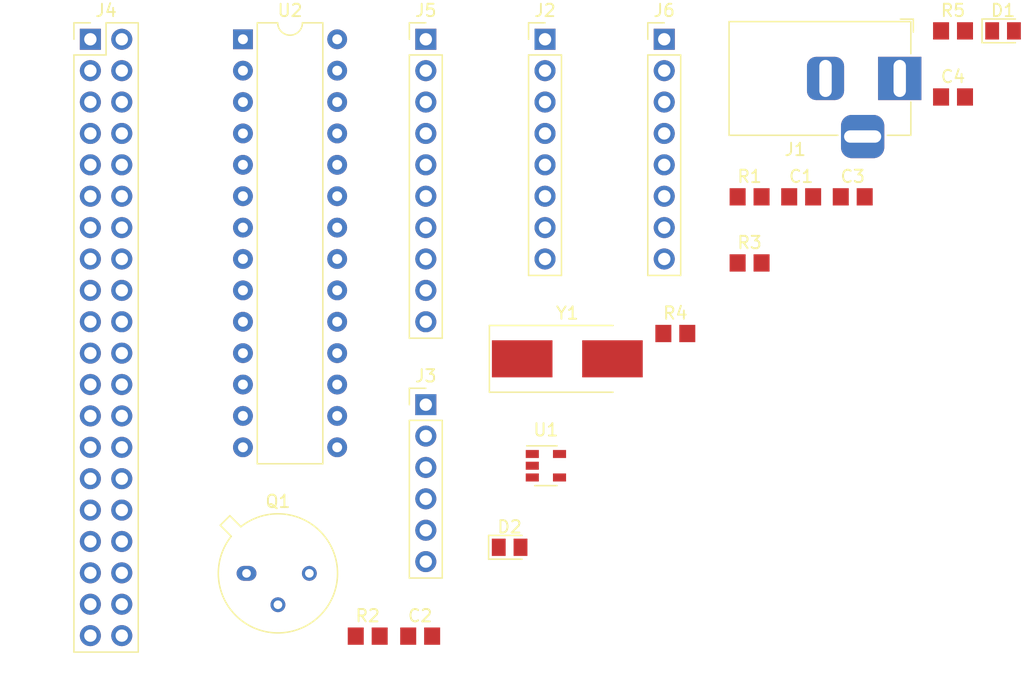
<source format=kicad_pcb>
(kicad_pcb (version 20171130) (host pcbnew 5.0.0-rc2-unknown-d4393b2~65~ubuntu18.04.1)

  (general
    (thickness 1.6)
    (drawings 0)
    (tracks 0)
    (zones 0)
    (modules 21)
    (nets 65)
  )

  (page A4)
  (layers
    (0 F.Cu signal)
    (31 B.Cu signal)
    (32 B.Adhes user)
    (33 F.Adhes user)
    (34 B.Paste user)
    (35 F.Paste user)
    (36 B.SilkS user)
    (37 F.SilkS user)
    (38 B.Mask user)
    (39 F.Mask user)
    (40 Dwgs.User user)
    (41 Cmts.User user)
    (42 Eco1.User user)
    (43 Eco2.User user)
    (44 Edge.Cuts user)
    (45 Margin user)
    (46 B.CrtYd user)
    (47 F.CrtYd user)
    (48 B.Fab user)
    (49 F.Fab user)
  )

  (setup
    (last_trace_width 0.25)
    (trace_clearance 0.2)
    (zone_clearance 0.508)
    (zone_45_only no)
    (trace_min 0.2)
    (segment_width 0.2)
    (edge_width 0.15)
    (via_size 0.8)
    (via_drill 0.4)
    (via_min_size 0.4)
    (via_min_drill 0.3)
    (uvia_size 0.3)
    (uvia_drill 0.1)
    (uvias_allowed no)
    (uvia_min_size 0.2)
    (uvia_min_drill 0.1)
    (pcb_text_width 0.3)
    (pcb_text_size 1.5 1.5)
    (mod_edge_width 0.15)
    (mod_text_size 1 1)
    (mod_text_width 0.15)
    (pad_size 1.524 1.524)
    (pad_drill 0.762)
    (pad_to_mask_clearance 0.2)
    (aux_axis_origin 0 0)
    (visible_elements FFFFFF7F)
    (pcbplotparams
      (layerselection 0x010fc_ffffffff)
      (usegerberextensions false)
      (usegerberattributes false)
      (usegerberadvancedattributes false)
      (creategerberjobfile false)
      (excludeedgelayer true)
      (linewidth 0.100000)
      (plotframeref false)
      (viasonmask false)
      (mode 1)
      (useauxorigin false)
      (hpglpennumber 1)
      (hpglpenspeed 20)
      (hpglpendiameter 15.000000)
      (psnegative false)
      (psa4output false)
      (plotreference true)
      (plotvalue true)
      (plotinvisibletext false)
      (padsonsilk false)
      (subtractmaskfromsilk false)
      (outputformat 1)
      (mirror false)
      (drillshape 1)
      (scaleselection 1)
      (outputdirectory ""))
  )

  (net 0 "")
  (net 1 GND)
  (net 2 3V3)
  (net 3 +5V)
  (net 4 "Net-(C3-Pad2)")
  (net 5 "Net-(C4-Pad2)")
  (net 6 "Net-(D1-Pad1)")
  (net 7 "Net-(D2-Pad1)")
  (net 8 "Net-(F1-Pad1)")
  (net 9 "Net-(J2-Pad8)")
  (net 10 "Net-(J2-Pad7)")
  (net 11 ~RESET)
  (net 12 "Net-(J2-Pad1)")
  (net 13 A0)
  (net 14 A1)
  (net 15 A2)
  (net 16 A3)
  (net 17 A4)
  (net 18 A5)
  (net 19 "Net-(J4-Pad3)")
  (net 20 "Net-(J4-Pad5)")
  (net 21 AVR_RST)
  (net 22 D0)
  (net 23 "Net-(J4-Pad9)")
  (net 24 D1)
  (net 25 "Net-(J4-Pad11)")
  (net 26 "Net-(J4-Pad12)")
  (net 27 "Net-(J4-Pad13)")
  (net 28 "Net-(J4-Pad14)")
  (net 29 "Net-(J4-Pad15)")
  (net 30 "Net-(J4-Pad16)")
  (net 31 "Net-(J4-Pad17)")
  (net 32 "Net-(J4-Pad18)")
  (net 33 "Net-(J4-Pad19)")
  (net 34 "Net-(J4-Pad20)")
  (net 35 "Net-(J4-Pad21)")
  (net 36 "Net-(J4-Pad22)")
  (net 37 "Net-(J4-Pad23)")
  (net 38 "Net-(J4-Pad24)")
  (net 39 "Net-(J4-Pad25)")
  (net 40 "Net-(J4-Pad26)")
  (net 41 "Net-(J4-Pad27)")
  (net 42 "Net-(J4-Pad28)")
  (net 43 "Net-(J4-Pad29)")
  (net 44 "Net-(J4-Pad30)")
  (net 45 "Net-(J4-Pad32)")
  (net 46 D13)
  (net 47 "Net-(J4-Pad34)")
  (net 48 D11)
  (net 49 "Net-(J4-Pad36)")
  (net 50 D12)
  (net 51 "Net-(J4-Pad38)")
  (net 52 "Net-(J4-Pad39)")
  (net 53 "Net-(J4-Pad40)")
  (net 54 D8)
  (net 55 D9)
  (net 56 D10)
  (net 57 AREF)
  (net 58 D2)
  (net 59 D3)
  (net 60 D4)
  (net 61 D5)
  (net 62 D6)
  (net 63 D7)
  (net 64 "Net-(U1-Pad4)")

  (net_class Default "This is the default net class."
    (clearance 0.2)
    (trace_width 0.25)
    (via_dia 0.8)
    (via_drill 0.4)
    (uvia_dia 0.3)
    (uvia_drill 0.1)
    (add_net +5V)
    (add_net 3V3)
    (add_net A0)
    (add_net A1)
    (add_net A2)
    (add_net A3)
    (add_net A4)
    (add_net A5)
    (add_net AREF)
    (add_net AVR_RST)
    (add_net D0)
    (add_net D1)
    (add_net D10)
    (add_net D11)
    (add_net D12)
    (add_net D13)
    (add_net D2)
    (add_net D3)
    (add_net D4)
    (add_net D5)
    (add_net D6)
    (add_net D7)
    (add_net D8)
    (add_net D9)
    (add_net GND)
    (add_net "Net-(C3-Pad2)")
    (add_net "Net-(C4-Pad2)")
    (add_net "Net-(D1-Pad1)")
    (add_net "Net-(D2-Pad1)")
    (add_net "Net-(F1-Pad1)")
    (add_net "Net-(J2-Pad1)")
    (add_net "Net-(J2-Pad7)")
    (add_net "Net-(J2-Pad8)")
    (add_net "Net-(J4-Pad11)")
    (add_net "Net-(J4-Pad12)")
    (add_net "Net-(J4-Pad13)")
    (add_net "Net-(J4-Pad14)")
    (add_net "Net-(J4-Pad15)")
    (add_net "Net-(J4-Pad16)")
    (add_net "Net-(J4-Pad17)")
    (add_net "Net-(J4-Pad18)")
    (add_net "Net-(J4-Pad19)")
    (add_net "Net-(J4-Pad20)")
    (add_net "Net-(J4-Pad21)")
    (add_net "Net-(J4-Pad22)")
    (add_net "Net-(J4-Pad23)")
    (add_net "Net-(J4-Pad24)")
    (add_net "Net-(J4-Pad25)")
    (add_net "Net-(J4-Pad26)")
    (add_net "Net-(J4-Pad27)")
    (add_net "Net-(J4-Pad28)")
    (add_net "Net-(J4-Pad29)")
    (add_net "Net-(J4-Pad3)")
    (add_net "Net-(J4-Pad30)")
    (add_net "Net-(J4-Pad32)")
    (add_net "Net-(J4-Pad34)")
    (add_net "Net-(J4-Pad36)")
    (add_net "Net-(J4-Pad38)")
    (add_net "Net-(J4-Pad39)")
    (add_net "Net-(J4-Pad40)")
    (add_net "Net-(J4-Pad5)")
    (add_net "Net-(J4-Pad9)")
    (add_net "Net-(U1-Pad4)")
    (add_net ~RESET)
  )

  (module Capacitor_SMD:C_0805_2012Metric_Pad1.29x1.40mm_HandSolder (layer F.Cu) (tedit 5AC5DB74) (tstamp 5B1F4735)
    (at 165.265001 35.0875)
    (descr "Capacitor SMD 0805 (2012 Metric), square (rectangular) end terminal, IPC_7351 nominal with elongated pad for handsoldering. (Body size source: http://www.tortai-tech.com/upload/download/2011102023233369053.pdf), generated with kicad-footprint-generator")
    (tags "capacitor handsolder")
    (path /5B143557)
    (attr smd)
    (fp_text reference C1 (at 0 -1.65) (layer F.SilkS)
      (effects (font (size 1 1) (thickness 0.15)))
    )
    (fp_text value 1u (at 0 1.65) (layer F.Fab)
      (effects (font (size 1 1) (thickness 0.15)))
    )
    (fp_text user %R (at 0 0) (layer F.Fab)
      (effects (font (size 0.5 0.5) (thickness 0.08)))
    )
    (fp_line (start 1.86 0.95) (end -1.86 0.95) (layer F.CrtYd) (width 0.05))
    (fp_line (start 1.86 -0.95) (end 1.86 0.95) (layer F.CrtYd) (width 0.05))
    (fp_line (start -1.86 -0.95) (end 1.86 -0.95) (layer F.CrtYd) (width 0.05))
    (fp_line (start -1.86 0.95) (end -1.86 -0.95) (layer F.CrtYd) (width 0.05))
    (fp_line (start 1 0.6) (end -1 0.6) (layer F.Fab) (width 0.1))
    (fp_line (start 1 -0.6) (end 1 0.6) (layer F.Fab) (width 0.1))
    (fp_line (start -1 -0.6) (end 1 -0.6) (layer F.Fab) (width 0.1))
    (fp_line (start -1 0.6) (end -1 -0.6) (layer F.Fab) (width 0.1))
    (pad 2 smd rect (at 0.9675 0) (size 1.295 1.4) (layers F.Cu F.Paste F.Mask)
      (net 1 GND))
    (pad 1 smd rect (at -0.9675 0) (size 1.295 1.4) (layers F.Cu F.Paste F.Mask)
      (net 2 3V3))
    (model ${KISYS3DMOD}/Capacitor_SMD.3dshapes/C_0805_2012Metric.wrl
      (at (xyz 0 0 0))
      (scale (xyz 1 1 1))
      (rotate (xyz 0 0 0))
    )
  )

  (module Capacitor_SMD:C_0805_2012Metric_Pad1.29x1.40mm_HandSolder (layer F.Cu) (tedit 5AC5DB74) (tstamp 5B1F4CA5)
    (at 134.455952 70.6375)
    (descr "Capacitor SMD 0805 (2012 Metric), square (rectangular) end terminal, IPC_7351 nominal with elongated pad for handsoldering. (Body size source: http://www.tortai-tech.com/upload/download/2011102023233369053.pdf), generated with kicad-footprint-generator")
    (tags "capacitor handsolder")
    (path /5B13820B)
    (attr smd)
    (fp_text reference C2 (at 0 -1.65) (layer F.SilkS)
      (effects (font (size 1 1) (thickness 0.15)))
    )
    (fp_text value 100n (at 0 1.65) (layer F.Fab)
      (effects (font (size 1 1) (thickness 0.15)))
    )
    (fp_line (start -1 0.6) (end -1 -0.6) (layer F.Fab) (width 0.1))
    (fp_line (start -1 -0.6) (end 1 -0.6) (layer F.Fab) (width 0.1))
    (fp_line (start 1 -0.6) (end 1 0.6) (layer F.Fab) (width 0.1))
    (fp_line (start 1 0.6) (end -1 0.6) (layer F.Fab) (width 0.1))
    (fp_line (start -1.86 0.95) (end -1.86 -0.95) (layer F.CrtYd) (width 0.05))
    (fp_line (start -1.86 -0.95) (end 1.86 -0.95) (layer F.CrtYd) (width 0.05))
    (fp_line (start 1.86 -0.95) (end 1.86 0.95) (layer F.CrtYd) (width 0.05))
    (fp_line (start 1.86 0.95) (end -1.86 0.95) (layer F.CrtYd) (width 0.05))
    (fp_text user %R (at 0 0) (layer F.Fab)
      (effects (font (size 0.5 0.5) (thickness 0.08)))
    )
    (pad 1 smd rect (at -0.9675 0) (size 1.295 1.4) (layers F.Cu F.Paste F.Mask)
      (net 3 +5V))
    (pad 2 smd rect (at 0.9675 0) (size 1.295 1.4) (layers F.Cu F.Paste F.Mask)
      (net 1 GND))
    (model ${KISYS3DMOD}/Capacitor_SMD.3dshapes/C_0805_2012Metric.wrl
      (at (xyz 0 0 0))
      (scale (xyz 1 1 1))
      (rotate (xyz 0 0 0))
    )
  )

  (module Capacitor_SMD:C_0805_2012Metric_Pad1.29x1.40mm_HandSolder (layer F.Cu) (tedit 5AC5DB74) (tstamp 5B1F4C7B)
    (at 169.435001 35.0875)
    (descr "Capacitor SMD 0805 (2012 Metric), square (rectangular) end terminal, IPC_7351 nominal with elongated pad for handsoldering. (Body size source: http://www.tortai-tech.com/upload/download/2011102023233369053.pdf), generated with kicad-footprint-generator")
    (tags "capacitor handsolder")
    (path /5B138529)
    (attr smd)
    (fp_text reference C3 (at 0 -1.65) (layer F.SilkS)
      (effects (font (size 1 1) (thickness 0.15)))
    )
    (fp_text value 22p (at 0 1.65) (layer F.Fab)
      (effects (font (size 1 1) (thickness 0.15)))
    )
    (fp_line (start -1 0.6) (end -1 -0.6) (layer F.Fab) (width 0.1))
    (fp_line (start -1 -0.6) (end 1 -0.6) (layer F.Fab) (width 0.1))
    (fp_line (start 1 -0.6) (end 1 0.6) (layer F.Fab) (width 0.1))
    (fp_line (start 1 0.6) (end -1 0.6) (layer F.Fab) (width 0.1))
    (fp_line (start -1.86 0.95) (end -1.86 -0.95) (layer F.CrtYd) (width 0.05))
    (fp_line (start -1.86 -0.95) (end 1.86 -0.95) (layer F.CrtYd) (width 0.05))
    (fp_line (start 1.86 -0.95) (end 1.86 0.95) (layer F.CrtYd) (width 0.05))
    (fp_line (start 1.86 0.95) (end -1.86 0.95) (layer F.CrtYd) (width 0.05))
    (fp_text user %R (at 0 0) (layer F.Fab)
      (effects (font (size 0.5 0.5) (thickness 0.08)))
    )
    (pad 1 smd rect (at -0.9675 0) (size 1.295 1.4) (layers F.Cu F.Paste F.Mask)
      (net 1 GND))
    (pad 2 smd rect (at 0.9675 0) (size 1.295 1.4) (layers F.Cu F.Paste F.Mask)
      (net 4 "Net-(C3-Pad2)"))
    (model ${KISYS3DMOD}/Capacitor_SMD.3dshapes/C_0805_2012Metric.wrl
      (at (xyz 0 0 0))
      (scale (xyz 1 1 1))
      (rotate (xyz 0 0 0))
    )
  )

  (module Capacitor_SMD:C_0805_2012Metric_Pad1.29x1.40mm_HandSolder (layer F.Cu) (tedit 5AC5DB74) (tstamp 5B1F4C51)
    (at 177.545001 27.0075)
    (descr "Capacitor SMD 0805 (2012 Metric), square (rectangular) end terminal, IPC_7351 nominal with elongated pad for handsoldering. (Body size source: http://www.tortai-tech.com/upload/download/2011102023233369053.pdf), generated with kicad-footprint-generator")
    (tags "capacitor handsolder")
    (path /5B1384C5)
    (attr smd)
    (fp_text reference C4 (at 0 -1.65) (layer F.SilkS)
      (effects (font (size 1 1) (thickness 0.15)))
    )
    (fp_text value 22p (at 0 1.65) (layer F.Fab)
      (effects (font (size 1 1) (thickness 0.15)))
    )
    (fp_text user %R (at 0 0) (layer F.Fab)
      (effects (font (size 0.5 0.5) (thickness 0.08)))
    )
    (fp_line (start 1.86 0.95) (end -1.86 0.95) (layer F.CrtYd) (width 0.05))
    (fp_line (start 1.86 -0.95) (end 1.86 0.95) (layer F.CrtYd) (width 0.05))
    (fp_line (start -1.86 -0.95) (end 1.86 -0.95) (layer F.CrtYd) (width 0.05))
    (fp_line (start -1.86 0.95) (end -1.86 -0.95) (layer F.CrtYd) (width 0.05))
    (fp_line (start 1 0.6) (end -1 0.6) (layer F.Fab) (width 0.1))
    (fp_line (start 1 -0.6) (end 1 0.6) (layer F.Fab) (width 0.1))
    (fp_line (start -1 -0.6) (end 1 -0.6) (layer F.Fab) (width 0.1))
    (fp_line (start -1 0.6) (end -1 -0.6) (layer F.Fab) (width 0.1))
    (pad 2 smd rect (at 0.9675 0) (size 1.295 1.4) (layers F.Cu F.Paste F.Mask)
      (net 5 "Net-(C4-Pad2)"))
    (pad 1 smd rect (at -0.9675 0) (size 1.295 1.4) (layers F.Cu F.Paste F.Mask)
      (net 1 GND))
    (model ${KISYS3DMOD}/Capacitor_SMD.3dshapes/C_0805_2012Metric.wrl
      (at (xyz 0 0 0))
      (scale (xyz 1 1 1))
      (rotate (xyz 0 0 0))
    )
  )

  (module LED_SMD:LED_0805_2012Metric_Pad1.12x1.40mm_HandSolder (layer F.Cu) (tedit 5AC5DB75) (tstamp 5B1F4BCE)
    (at 181.590001 21.6575)
    (descr "LED SMD 0805 (2012 Metric), square (rectangular) end terminal, IPC_7351 nominal, (Body size source: http://www.tortai-tech.com/upload/download/2011102023233369053.pdf), generated with kicad-footprint-generator")
    (tags "LED handsolder")
    (path /5B1E26B3)
    (attr smd)
    (fp_text reference D1 (at 0 -1.65) (layer F.SilkS)
      (effects (font (size 1 1) (thickness 0.15)))
    )
    (fp_text value LED (at 0 1.65) (layer F.Fab)
      (effects (font (size 1 1) (thickness 0.15)))
    )
    (fp_line (start 1 -0.6) (end -0.7 -0.6) (layer F.Fab) (width 0.1))
    (fp_line (start -0.7 -0.6) (end -1 -0.3) (layer F.Fab) (width 0.1))
    (fp_line (start -1 -0.3) (end -1 0.6) (layer F.Fab) (width 0.1))
    (fp_line (start -1 0.6) (end 1 0.6) (layer F.Fab) (width 0.1))
    (fp_line (start 1 0.6) (end 1 -0.6) (layer F.Fab) (width 0.1))
    (fp_line (start 1 -0.96) (end -1.7 -0.96) (layer F.SilkS) (width 0.12))
    (fp_line (start -1.7 -0.96) (end -1.7 0.96) (layer F.SilkS) (width 0.12))
    (fp_line (start -1.7 0.96) (end 1 0.96) (layer F.SilkS) (width 0.12))
    (fp_line (start -1.69 0.95) (end -1.69 -0.95) (layer F.CrtYd) (width 0.05))
    (fp_line (start -1.69 -0.95) (end 1.69 -0.95) (layer F.CrtYd) (width 0.05))
    (fp_line (start 1.69 -0.95) (end 1.69 0.95) (layer F.CrtYd) (width 0.05))
    (fp_line (start 1.69 0.95) (end -1.69 0.95) (layer F.CrtYd) (width 0.05))
    (fp_text user %R (at 0 0) (layer F.Fab)
      (effects (font (size 0.5 0.5) (thickness 0.08)))
    )
    (pad 1 smd rect (at -0.88 0) (size 1.12 1.4) (layers F.Cu F.Paste F.Mask)
      (net 6 "Net-(D1-Pad1)"))
    (pad 2 smd rect (at 0.88 0) (size 1.12 1.4) (layers F.Cu F.Paste F.Mask)
      (net 3 +5V))
    (model ${KISYS3DMOD}/LED_SMD.3dshapes/LED_0805_2012Metric.wrl
      (at (xyz 0 0 0))
      (scale (xyz 1 1 1))
      (rotate (xyz 0 0 0))
    )
  )

  (module LED_SMD:LED_0805_2012Metric_Pad1.12x1.40mm_HandSolder (layer F.Cu) (tedit 5AC5DB75) (tstamp 5B1F4B98)
    (at 141.690001 63.4475)
    (descr "LED SMD 0805 (2012 Metric), square (rectangular) end terminal, IPC_7351 nominal, (Body size source: http://www.tortai-tech.com/upload/download/2011102023233369053.pdf), generated with kicad-footprint-generator")
    (tags "LED handsolder")
    (path /5B1EE3DB)
    (attr smd)
    (fp_text reference D2 (at 0 -1.65) (layer F.SilkS)
      (effects (font (size 1 1) (thickness 0.15)))
    )
    (fp_text value LED (at 0 1.65) (layer F.Fab)
      (effects (font (size 1 1) (thickness 0.15)))
    )
    (fp_text user %R (at 0 0) (layer F.Fab)
      (effects (font (size 0.5 0.5) (thickness 0.08)))
    )
    (fp_line (start 1.69 0.95) (end -1.69 0.95) (layer F.CrtYd) (width 0.05))
    (fp_line (start 1.69 -0.95) (end 1.69 0.95) (layer F.CrtYd) (width 0.05))
    (fp_line (start -1.69 -0.95) (end 1.69 -0.95) (layer F.CrtYd) (width 0.05))
    (fp_line (start -1.69 0.95) (end -1.69 -0.95) (layer F.CrtYd) (width 0.05))
    (fp_line (start -1.7 0.96) (end 1 0.96) (layer F.SilkS) (width 0.12))
    (fp_line (start -1.7 -0.96) (end -1.7 0.96) (layer F.SilkS) (width 0.12))
    (fp_line (start 1 -0.96) (end -1.7 -0.96) (layer F.SilkS) (width 0.12))
    (fp_line (start 1 0.6) (end 1 -0.6) (layer F.Fab) (width 0.1))
    (fp_line (start -1 0.6) (end 1 0.6) (layer F.Fab) (width 0.1))
    (fp_line (start -1 -0.3) (end -1 0.6) (layer F.Fab) (width 0.1))
    (fp_line (start -0.7 -0.6) (end -1 -0.3) (layer F.Fab) (width 0.1))
    (fp_line (start 1 -0.6) (end -0.7 -0.6) (layer F.Fab) (width 0.1))
    (pad 2 smd rect (at 0.88 0) (size 1.12 1.4) (layers F.Cu F.Paste F.Mask)
      (net 2 3V3))
    (pad 1 smd rect (at -0.88 0) (size 1.12 1.4) (layers F.Cu F.Paste F.Mask)
      (net 7 "Net-(D2-Pad1)"))
    (model ${KISYS3DMOD}/LED_SMD.3dshapes/LED_0805_2012Metric.wrl
      (at (xyz 0 0 0))
      (scale (xyz 1 1 1))
      (rotate (xyz 0 0 0))
    )
  )

  (module Connector_BarrelJack:BarrelJack_Horizontal (layer F.Cu) (tedit 5A1DBF6A) (tstamp 5B1F4B42)
    (at 173.235001 25.5075)
    (descr "DC Barrel Jack")
    (tags "Power Jack")
    (path /5B133394)
    (fp_text reference J1 (at -8.45 5.75) (layer F.SilkS)
      (effects (font (size 1 1) (thickness 0.15)))
    )
    (fp_text value Barrel_Jack (at -6.2 -5.5) (layer F.Fab)
      (effects (font (size 1 1) (thickness 0.15)))
    )
    (fp_text user %R (at -3 -2.95) (layer F.Fab)
      (effects (font (size 1 1) (thickness 0.15)))
    )
    (fp_line (start -0.003213 -4.505425) (end 0.8 -3.75) (layer F.Fab) (width 0.1))
    (fp_line (start 1.1 -3.75) (end 1.1 -4.8) (layer F.SilkS) (width 0.12))
    (fp_line (start 0.05 -4.8) (end 1.1 -4.8) (layer F.SilkS) (width 0.12))
    (fp_line (start 1 -4.5) (end 1 -4.75) (layer F.CrtYd) (width 0.05))
    (fp_line (start 1 -4.75) (end -14 -4.75) (layer F.CrtYd) (width 0.05))
    (fp_line (start 1 -4.5) (end 1 -2) (layer F.CrtYd) (width 0.05))
    (fp_line (start 1 -2) (end 2 -2) (layer F.CrtYd) (width 0.05))
    (fp_line (start 2 -2) (end 2 2) (layer F.CrtYd) (width 0.05))
    (fp_line (start 2 2) (end 1 2) (layer F.CrtYd) (width 0.05))
    (fp_line (start 1 2) (end 1 4.75) (layer F.CrtYd) (width 0.05))
    (fp_line (start 1 4.75) (end -1 4.75) (layer F.CrtYd) (width 0.05))
    (fp_line (start -1 4.75) (end -1 6.75) (layer F.CrtYd) (width 0.05))
    (fp_line (start -1 6.75) (end -5 6.75) (layer F.CrtYd) (width 0.05))
    (fp_line (start -5 6.75) (end -5 4.75) (layer F.CrtYd) (width 0.05))
    (fp_line (start -5 4.75) (end -14 4.75) (layer F.CrtYd) (width 0.05))
    (fp_line (start -14 4.75) (end -14 -4.75) (layer F.CrtYd) (width 0.05))
    (fp_line (start -5 4.6) (end -13.8 4.6) (layer F.SilkS) (width 0.12))
    (fp_line (start -13.8 4.6) (end -13.8 -4.6) (layer F.SilkS) (width 0.12))
    (fp_line (start 0.9 1.9) (end 0.9 4.6) (layer F.SilkS) (width 0.12))
    (fp_line (start 0.9 4.6) (end -1 4.6) (layer F.SilkS) (width 0.12))
    (fp_line (start -13.8 -4.6) (end 0.9 -4.6) (layer F.SilkS) (width 0.12))
    (fp_line (start 0.9 -4.6) (end 0.9 -2) (layer F.SilkS) (width 0.12))
    (fp_line (start -10.2 -4.5) (end -10.2 4.5) (layer F.Fab) (width 0.1))
    (fp_line (start -13.7 -4.5) (end -13.7 4.5) (layer F.Fab) (width 0.1))
    (fp_line (start -13.7 4.5) (end 0.8 4.5) (layer F.Fab) (width 0.1))
    (fp_line (start 0.8 4.5) (end 0.8 -3.75) (layer F.Fab) (width 0.1))
    (fp_line (start 0 -4.5) (end -13.7 -4.5) (layer F.Fab) (width 0.1))
    (pad 1 thru_hole rect (at 0 0) (size 3.5 3.5) (drill oval 1 3) (layers *.Cu *.Mask)
      (net 8 "Net-(F1-Pad1)"))
    (pad 2 thru_hole roundrect (at -6 0) (size 3 3.5) (drill oval 1 3) (layers *.Cu *.Mask) (roundrect_rratio 0.25)
      (net 1 GND))
    (pad 3 thru_hole roundrect (at -3 4.7) (size 3.5 3.5) (drill oval 3 1) (layers *.Cu *.Mask) (roundrect_rratio 0.25)
      (net 1 GND))
    (model ${KISYS3DMOD}/Connector_BarrelJack.3dshapes/BarrelJack_Horizontal.wrl
      (at (xyz 0 0 0))
      (scale (xyz 1 1 1))
      (rotate (xyz 0 0 0))
    )
  )

  (module Connector_PinHeader_2.54mm:PinHeader_1x08_P2.54mm_Vertical (layer F.Cu) (tedit 59FED5CC) (tstamp 5B1F4C0D)
    (at 144.552619 22.3375)
    (descr "Through hole straight pin header, 1x08, 2.54mm pitch, single row")
    (tags "Through hole pin header THT 1x08 2.54mm single row")
    (path /5B133A44)
    (fp_text reference J2 (at 0 -2.33) (layer F.SilkS)
      (effects (font (size 1 1) (thickness 0.15)))
    )
    (fp_text value Conn_01x08 (at 0 20.11) (layer F.Fab)
      (effects (font (size 1 1) (thickness 0.15)))
    )
    (fp_text user %R (at 0 8.89 90) (layer F.Fab)
      (effects (font (size 1 1) (thickness 0.15)))
    )
    (fp_line (start 1.8 -1.8) (end -1.8 -1.8) (layer F.CrtYd) (width 0.05))
    (fp_line (start 1.8 19.55) (end 1.8 -1.8) (layer F.CrtYd) (width 0.05))
    (fp_line (start -1.8 19.55) (end 1.8 19.55) (layer F.CrtYd) (width 0.05))
    (fp_line (start -1.8 -1.8) (end -1.8 19.55) (layer F.CrtYd) (width 0.05))
    (fp_line (start -1.33 -1.33) (end 0 -1.33) (layer F.SilkS) (width 0.12))
    (fp_line (start -1.33 0) (end -1.33 -1.33) (layer F.SilkS) (width 0.12))
    (fp_line (start -1.33 1.27) (end 1.33 1.27) (layer F.SilkS) (width 0.12))
    (fp_line (start 1.33 1.27) (end 1.33 19.11) (layer F.SilkS) (width 0.12))
    (fp_line (start -1.33 1.27) (end -1.33 19.11) (layer F.SilkS) (width 0.12))
    (fp_line (start -1.33 19.11) (end 1.33 19.11) (layer F.SilkS) (width 0.12))
    (fp_line (start -1.27 -0.635) (end -0.635 -1.27) (layer F.Fab) (width 0.1))
    (fp_line (start -1.27 19.05) (end -1.27 -0.635) (layer F.Fab) (width 0.1))
    (fp_line (start 1.27 19.05) (end -1.27 19.05) (layer F.Fab) (width 0.1))
    (fp_line (start 1.27 -1.27) (end 1.27 19.05) (layer F.Fab) (width 0.1))
    (fp_line (start -0.635 -1.27) (end 1.27 -1.27) (layer F.Fab) (width 0.1))
    (pad 8 thru_hole oval (at 0 17.78) (size 1.7 1.7) (drill 1) (layers *.Cu *.Mask)
      (net 9 "Net-(J2-Pad8)"))
    (pad 7 thru_hole oval (at 0 15.24) (size 1.7 1.7) (drill 1) (layers *.Cu *.Mask)
      (net 10 "Net-(J2-Pad7)"))
    (pad 6 thru_hole oval (at 0 12.7) (size 1.7 1.7) (drill 1) (layers *.Cu *.Mask)
      (net 11 ~RESET))
    (pad 5 thru_hole oval (at 0 10.16) (size 1.7 1.7) (drill 1) (layers *.Cu *.Mask)
      (net 2 3V3))
    (pad 4 thru_hole oval (at 0 7.62) (size 1.7 1.7) (drill 1) (layers *.Cu *.Mask)
      (net 3 +5V))
    (pad 3 thru_hole oval (at 0 5.08) (size 1.7 1.7) (drill 1) (layers *.Cu *.Mask)
      (net 1 GND))
    (pad 2 thru_hole oval (at 0 2.54) (size 1.7 1.7) (drill 1) (layers *.Cu *.Mask)
      (net 1 GND))
    (pad 1 thru_hole rect (at 0 0) (size 1.7 1.7) (drill 1) (layers *.Cu *.Mask)
      (net 12 "Net-(J2-Pad1)"))
    (model ${KISYS3DMOD}/Connector_PinHeader_2.54mm.3dshapes/PinHeader_1x08_P2.54mm_Vertical.wrl
      (at (xyz 0 0 0))
      (scale (xyz 1 1 1))
      (rotate (xyz 0 0 0))
    )
  )

  (module Connector_PinHeader_2.54mm:PinHeader_1x06_P2.54mm_Vertical (layer F.Cu) (tedit 59FED5CC) (tstamp 5B1F4A73)
    (at 134.912619 51.9075)
    (descr "Through hole straight pin header, 1x06, 2.54mm pitch, single row")
    (tags "Through hole pin header THT 1x06 2.54mm single row")
    (path /5B133BCF)
    (fp_text reference J3 (at 0 -2.33) (layer F.SilkS)
      (effects (font (size 1 1) (thickness 0.15)))
    )
    (fp_text value Conn_01x06 (at 0 15.03) (layer F.Fab)
      (effects (font (size 1 1) (thickness 0.15)))
    )
    (fp_line (start -0.635 -1.27) (end 1.27 -1.27) (layer F.Fab) (width 0.1))
    (fp_line (start 1.27 -1.27) (end 1.27 13.97) (layer F.Fab) (width 0.1))
    (fp_line (start 1.27 13.97) (end -1.27 13.97) (layer F.Fab) (width 0.1))
    (fp_line (start -1.27 13.97) (end -1.27 -0.635) (layer F.Fab) (width 0.1))
    (fp_line (start -1.27 -0.635) (end -0.635 -1.27) (layer F.Fab) (width 0.1))
    (fp_line (start -1.33 14.03) (end 1.33 14.03) (layer F.SilkS) (width 0.12))
    (fp_line (start -1.33 1.27) (end -1.33 14.03) (layer F.SilkS) (width 0.12))
    (fp_line (start 1.33 1.27) (end 1.33 14.03) (layer F.SilkS) (width 0.12))
    (fp_line (start -1.33 1.27) (end 1.33 1.27) (layer F.SilkS) (width 0.12))
    (fp_line (start -1.33 0) (end -1.33 -1.33) (layer F.SilkS) (width 0.12))
    (fp_line (start -1.33 -1.33) (end 0 -1.33) (layer F.SilkS) (width 0.12))
    (fp_line (start -1.8 -1.8) (end -1.8 14.5) (layer F.CrtYd) (width 0.05))
    (fp_line (start -1.8 14.5) (end 1.8 14.5) (layer F.CrtYd) (width 0.05))
    (fp_line (start 1.8 14.5) (end 1.8 -1.8) (layer F.CrtYd) (width 0.05))
    (fp_line (start 1.8 -1.8) (end -1.8 -1.8) (layer F.CrtYd) (width 0.05))
    (fp_text user %R (at 0 6.35 90) (layer F.Fab)
      (effects (font (size 1 1) (thickness 0.15)))
    )
    (pad 1 thru_hole rect (at 0 0) (size 1.7 1.7) (drill 1) (layers *.Cu *.Mask)
      (net 13 A0))
    (pad 2 thru_hole oval (at 0 2.54) (size 1.7 1.7) (drill 1) (layers *.Cu *.Mask)
      (net 14 A1))
    (pad 3 thru_hole oval (at 0 5.08) (size 1.7 1.7) (drill 1) (layers *.Cu *.Mask)
      (net 15 A2))
    (pad 4 thru_hole oval (at 0 7.62) (size 1.7 1.7) (drill 1) (layers *.Cu *.Mask)
      (net 16 A3))
    (pad 5 thru_hole oval (at 0 10.16) (size 1.7 1.7) (drill 1) (layers *.Cu *.Mask)
      (net 17 A4))
    (pad 6 thru_hole oval (at 0 12.7) (size 1.7 1.7) (drill 1) (layers *.Cu *.Mask)
      (net 18 A5))
    (model ${KISYS3DMOD}/Connector_PinHeader_2.54mm.3dshapes/PinHeader_1x06_P2.54mm_Vertical.wrl
      (at (xyz 0 0 0))
      (scale (xyz 1 1 1))
      (rotate (xyz 0 0 0))
    )
  )

  (module Connector_PinHeader_2.54mm:PinHeader_2x20_P2.54mm_Vertical (layer F.Cu) (tedit 59FED5CC) (tstamp 5B1F49E0)
    (at 107.787381 22.3375)
    (descr "Through hole straight pin header, 2x20, 2.54mm pitch, double rows")
    (tags "Through hole pin header THT 2x20 2.54mm double row")
    (path /5B166F24)
    (fp_text reference J4 (at 1.27 -2.33) (layer F.SilkS)
      (effects (font (size 1 1) (thickness 0.15)))
    )
    (fp_text value Conn_02x20_Odd_Even (at 1.27 50.59) (layer F.Fab)
      (effects (font (size 1 1) (thickness 0.15)))
    )
    (fp_line (start 0 -1.27) (end 3.81 -1.27) (layer F.Fab) (width 0.1))
    (fp_line (start 3.81 -1.27) (end 3.81 49.53) (layer F.Fab) (width 0.1))
    (fp_line (start 3.81 49.53) (end -1.27 49.53) (layer F.Fab) (width 0.1))
    (fp_line (start -1.27 49.53) (end -1.27 0) (layer F.Fab) (width 0.1))
    (fp_line (start -1.27 0) (end 0 -1.27) (layer F.Fab) (width 0.1))
    (fp_line (start -1.33 49.59) (end 3.87 49.59) (layer F.SilkS) (width 0.12))
    (fp_line (start -1.33 1.27) (end -1.33 49.59) (layer F.SilkS) (width 0.12))
    (fp_line (start 3.87 -1.33) (end 3.87 49.59) (layer F.SilkS) (width 0.12))
    (fp_line (start -1.33 1.27) (end 1.27 1.27) (layer F.SilkS) (width 0.12))
    (fp_line (start 1.27 1.27) (end 1.27 -1.33) (layer F.SilkS) (width 0.12))
    (fp_line (start 1.27 -1.33) (end 3.87 -1.33) (layer F.SilkS) (width 0.12))
    (fp_line (start -1.33 0) (end -1.33 -1.33) (layer F.SilkS) (width 0.12))
    (fp_line (start -1.33 -1.33) (end 0 -1.33) (layer F.SilkS) (width 0.12))
    (fp_line (start -1.8 -1.8) (end -1.8 50.05) (layer F.CrtYd) (width 0.05))
    (fp_line (start -1.8 50.05) (end 4.35 50.05) (layer F.CrtYd) (width 0.05))
    (fp_line (start 4.35 50.05) (end 4.35 -1.8) (layer F.CrtYd) (width 0.05))
    (fp_line (start 4.35 -1.8) (end -1.8 -1.8) (layer F.CrtYd) (width 0.05))
    (fp_text user %R (at 1.27 24.13 90) (layer F.Fab)
      (effects (font (size 1 1) (thickness 0.15)))
    )
    (pad 1 thru_hole rect (at 0 0) (size 1.7 1.7) (drill 1) (layers *.Cu *.Mask)
      (net 2 3V3))
    (pad 2 thru_hole oval (at 2.54 0) (size 1.7 1.7) (drill 1) (layers *.Cu *.Mask)
      (net 3 +5V))
    (pad 3 thru_hole oval (at 0 2.54) (size 1.7 1.7) (drill 1) (layers *.Cu *.Mask)
      (net 19 "Net-(J4-Pad3)"))
    (pad 4 thru_hole oval (at 2.54 2.54) (size 1.7 1.7) (drill 1) (layers *.Cu *.Mask)
      (net 3 +5V))
    (pad 5 thru_hole oval (at 0 5.08) (size 1.7 1.7) (drill 1) (layers *.Cu *.Mask)
      (net 20 "Net-(J4-Pad5)"))
    (pad 6 thru_hole oval (at 2.54 5.08) (size 1.7 1.7) (drill 1) (layers *.Cu *.Mask)
      (net 1 GND))
    (pad 7 thru_hole oval (at 0 7.62) (size 1.7 1.7) (drill 1) (layers *.Cu *.Mask)
      (net 21 AVR_RST))
    (pad 8 thru_hole oval (at 2.54 7.62) (size 1.7 1.7) (drill 1) (layers *.Cu *.Mask)
      (net 22 D0))
    (pad 9 thru_hole oval (at 0 10.16) (size 1.7 1.7) (drill 1) (layers *.Cu *.Mask)
      (net 23 "Net-(J4-Pad9)"))
    (pad 10 thru_hole oval (at 2.54 10.16) (size 1.7 1.7) (drill 1) (layers *.Cu *.Mask)
      (net 24 D1))
    (pad 11 thru_hole oval (at 0 12.7) (size 1.7 1.7) (drill 1) (layers *.Cu *.Mask)
      (net 25 "Net-(J4-Pad11)"))
    (pad 12 thru_hole oval (at 2.54 12.7) (size 1.7 1.7) (drill 1) (layers *.Cu *.Mask)
      (net 26 "Net-(J4-Pad12)"))
    (pad 13 thru_hole oval (at 0 15.24) (size 1.7 1.7) (drill 1) (layers *.Cu *.Mask)
      (net 27 "Net-(J4-Pad13)"))
    (pad 14 thru_hole oval (at 2.54 15.24) (size 1.7 1.7) (drill 1) (layers *.Cu *.Mask)
      (net 28 "Net-(J4-Pad14)"))
    (pad 15 thru_hole oval (at 0 17.78) (size 1.7 1.7) (drill 1) (layers *.Cu *.Mask)
      (net 29 "Net-(J4-Pad15)"))
    (pad 16 thru_hole oval (at 2.54 17.78) (size 1.7 1.7) (drill 1) (layers *.Cu *.Mask)
      (net 30 "Net-(J4-Pad16)"))
    (pad 17 thru_hole oval (at 0 20.32) (size 1.7 1.7) (drill 1) (layers *.Cu *.Mask)
      (net 31 "Net-(J4-Pad17)"))
    (pad 18 thru_hole oval (at 2.54 20.32) (size 1.7 1.7) (drill 1) (layers *.Cu *.Mask)
      (net 32 "Net-(J4-Pad18)"))
    (pad 19 thru_hole oval (at 0 22.86) (size 1.7 1.7) (drill 1) (layers *.Cu *.Mask)
      (net 33 "Net-(J4-Pad19)"))
    (pad 20 thru_hole oval (at 2.54 22.86) (size 1.7 1.7) (drill 1) (layers *.Cu *.Mask)
      (net 34 "Net-(J4-Pad20)"))
    (pad 21 thru_hole oval (at 0 25.4) (size 1.7 1.7) (drill 1) (layers *.Cu *.Mask)
      (net 35 "Net-(J4-Pad21)"))
    (pad 22 thru_hole oval (at 2.54 25.4) (size 1.7 1.7) (drill 1) (layers *.Cu *.Mask)
      (net 36 "Net-(J4-Pad22)"))
    (pad 23 thru_hole oval (at 0 27.94) (size 1.7 1.7) (drill 1) (layers *.Cu *.Mask)
      (net 37 "Net-(J4-Pad23)"))
    (pad 24 thru_hole oval (at 2.54 27.94) (size 1.7 1.7) (drill 1) (layers *.Cu *.Mask)
      (net 38 "Net-(J4-Pad24)"))
    (pad 25 thru_hole oval (at 0 30.48) (size 1.7 1.7) (drill 1) (layers *.Cu *.Mask)
      (net 39 "Net-(J4-Pad25)"))
    (pad 26 thru_hole oval (at 2.54 30.48) (size 1.7 1.7) (drill 1) (layers *.Cu *.Mask)
      (net 40 "Net-(J4-Pad26)"))
    (pad 27 thru_hole oval (at 0 33.02) (size 1.7 1.7) (drill 1) (layers *.Cu *.Mask)
      (net 41 "Net-(J4-Pad27)"))
    (pad 28 thru_hole oval (at 2.54 33.02) (size 1.7 1.7) (drill 1) (layers *.Cu *.Mask)
      (net 42 "Net-(J4-Pad28)"))
    (pad 29 thru_hole oval (at 0 35.56) (size 1.7 1.7) (drill 1) (layers *.Cu *.Mask)
      (net 43 "Net-(J4-Pad29)"))
    (pad 30 thru_hole oval (at 2.54 35.56) (size 1.7 1.7) (drill 1) (layers *.Cu *.Mask)
      (net 44 "Net-(J4-Pad30)"))
    (pad 31 thru_hole oval (at 0 38.1) (size 1.7 1.7) (drill 1) (layers *.Cu *.Mask)
      (net 11 ~RESET))
    (pad 32 thru_hole oval (at 2.54 38.1) (size 1.7 1.7) (drill 1) (layers *.Cu *.Mask)
      (net 45 "Net-(J4-Pad32)"))
    (pad 33 thru_hole oval (at 0 40.64) (size 1.7 1.7) (drill 1) (layers *.Cu *.Mask)
      (net 46 D13))
    (pad 34 thru_hole oval (at 2.54 40.64) (size 1.7 1.7) (drill 1) (layers *.Cu *.Mask)
      (net 47 "Net-(J4-Pad34)"))
    (pad 35 thru_hole oval (at 0 43.18) (size 1.7 1.7) (drill 1) (layers *.Cu *.Mask)
      (net 48 D11))
    (pad 36 thru_hole oval (at 2.54 43.18) (size 1.7 1.7) (drill 1) (layers *.Cu *.Mask)
      (net 49 "Net-(J4-Pad36)"))
    (pad 37 thru_hole oval (at 0 45.72) (size 1.7 1.7) (drill 1) (layers *.Cu *.Mask)
      (net 50 D12))
    (pad 38 thru_hole oval (at 2.54 45.72) (size 1.7 1.7) (drill 1) (layers *.Cu *.Mask)
      (net 51 "Net-(J4-Pad38)"))
    (pad 39 thru_hole oval (at 0 48.26) (size 1.7 1.7) (drill 1) (layers *.Cu *.Mask)
      (net 52 "Net-(J4-Pad39)"))
    (pad 40 thru_hole oval (at 2.54 48.26) (size 1.7 1.7) (drill 1) (layers *.Cu *.Mask)
      (net 53 "Net-(J4-Pad40)"))
    (model ${KISYS3DMOD}/Connector_PinHeader_2.54mm.3dshapes/PinHeader_2x20_P2.54mm_Vertical.wrl
      (at (xyz 0 0 0))
      (scale (xyz 1 1 1))
      (rotate (xyz 0 0 0))
    )
  )

  (module Connector_PinHeader_2.54mm:PinHeader_1x10_P2.54mm_Vertical (layer F.Cu) (tedit 59FED5CC) (tstamp 5B1F48D9)
    (at 134.912619 22.3375)
    (descr "Through hole straight pin header, 1x10, 2.54mm pitch, single row")
    (tags "Through hole pin header THT 1x10 2.54mm single row")
    (path /5B133CD1)
    (fp_text reference J5 (at 0 -2.33) (layer F.SilkS)
      (effects (font (size 1 1) (thickness 0.15)))
    )
    (fp_text value Conn_01x10 (at 0 25.19) (layer F.Fab)
      (effects (font (size 1 1) (thickness 0.15)))
    )
    (fp_line (start -0.635 -1.27) (end 1.27 -1.27) (layer F.Fab) (width 0.1))
    (fp_line (start 1.27 -1.27) (end 1.27 24.13) (layer F.Fab) (width 0.1))
    (fp_line (start 1.27 24.13) (end -1.27 24.13) (layer F.Fab) (width 0.1))
    (fp_line (start -1.27 24.13) (end -1.27 -0.635) (layer F.Fab) (width 0.1))
    (fp_line (start -1.27 -0.635) (end -0.635 -1.27) (layer F.Fab) (width 0.1))
    (fp_line (start -1.33 24.19) (end 1.33 24.19) (layer F.SilkS) (width 0.12))
    (fp_line (start -1.33 1.27) (end -1.33 24.19) (layer F.SilkS) (width 0.12))
    (fp_line (start 1.33 1.27) (end 1.33 24.19) (layer F.SilkS) (width 0.12))
    (fp_line (start -1.33 1.27) (end 1.33 1.27) (layer F.SilkS) (width 0.12))
    (fp_line (start -1.33 0) (end -1.33 -1.33) (layer F.SilkS) (width 0.12))
    (fp_line (start -1.33 -1.33) (end 0 -1.33) (layer F.SilkS) (width 0.12))
    (fp_line (start -1.8 -1.8) (end -1.8 24.65) (layer F.CrtYd) (width 0.05))
    (fp_line (start -1.8 24.65) (end 1.8 24.65) (layer F.CrtYd) (width 0.05))
    (fp_line (start 1.8 24.65) (end 1.8 -1.8) (layer F.CrtYd) (width 0.05))
    (fp_line (start 1.8 -1.8) (end -1.8 -1.8) (layer F.CrtYd) (width 0.05))
    (fp_text user %R (at 0 11.43 90) (layer F.Fab)
      (effects (font (size 1 1) (thickness 0.15)))
    )
    (pad 1 thru_hole rect (at 0 0) (size 1.7 1.7) (drill 1) (layers *.Cu *.Mask)
      (net 54 D8))
    (pad 2 thru_hole oval (at 0 2.54) (size 1.7 1.7) (drill 1) (layers *.Cu *.Mask)
      (net 55 D9))
    (pad 3 thru_hole oval (at 0 5.08) (size 1.7 1.7) (drill 1) (layers *.Cu *.Mask)
      (net 56 D10))
    (pad 4 thru_hole oval (at 0 7.62) (size 1.7 1.7) (drill 1) (layers *.Cu *.Mask)
      (net 48 D11))
    (pad 5 thru_hole oval (at 0 10.16) (size 1.7 1.7) (drill 1) (layers *.Cu *.Mask)
      (net 50 D12))
    (pad 6 thru_hole oval (at 0 12.7) (size 1.7 1.7) (drill 1) (layers *.Cu *.Mask)
      (net 46 D13))
    (pad 7 thru_hole oval (at 0 15.24) (size 1.7 1.7) (drill 1) (layers *.Cu *.Mask)
      (net 1 GND))
    (pad 8 thru_hole oval (at 0 17.78) (size 1.7 1.7) (drill 1) (layers *.Cu *.Mask)
      (net 57 AREF))
    (pad 9 thru_hole oval (at 0 20.32) (size 1.7 1.7) (drill 1) (layers *.Cu *.Mask)
      (net 17 A4))
    (pad 10 thru_hole oval (at 0 22.86) (size 1.7 1.7) (drill 1) (layers *.Cu *.Mask)
      (net 18 A5))
    (model ${KISYS3DMOD}/Connector_PinHeader_2.54mm.3dshapes/PinHeader_1x10_P2.54mm_Vertical.wrl
      (at (xyz 0 0 0))
      (scale (xyz 1 1 1))
      (rotate (xyz 0 0 0))
    )
  )

  (module Connector_PinHeader_2.54mm:PinHeader_1x08_P2.54mm_Vertical (layer F.Cu) (tedit 59FED5CC) (tstamp 5B1F4AC0)
    (at 154.192619 22.3375)
    (descr "Through hole straight pin header, 1x08, 2.54mm pitch, single row")
    (tags "Through hole pin header THT 1x08 2.54mm single row")
    (path /5B133D7B)
    (fp_text reference J6 (at 0 -2.33) (layer F.SilkS)
      (effects (font (size 1 1) (thickness 0.15)))
    )
    (fp_text value Conn_01x08 (at 0 20.11) (layer F.Fab)
      (effects (font (size 1 1) (thickness 0.15)))
    )
    (fp_line (start -0.635 -1.27) (end 1.27 -1.27) (layer F.Fab) (width 0.1))
    (fp_line (start 1.27 -1.27) (end 1.27 19.05) (layer F.Fab) (width 0.1))
    (fp_line (start 1.27 19.05) (end -1.27 19.05) (layer F.Fab) (width 0.1))
    (fp_line (start -1.27 19.05) (end -1.27 -0.635) (layer F.Fab) (width 0.1))
    (fp_line (start -1.27 -0.635) (end -0.635 -1.27) (layer F.Fab) (width 0.1))
    (fp_line (start -1.33 19.11) (end 1.33 19.11) (layer F.SilkS) (width 0.12))
    (fp_line (start -1.33 1.27) (end -1.33 19.11) (layer F.SilkS) (width 0.12))
    (fp_line (start 1.33 1.27) (end 1.33 19.11) (layer F.SilkS) (width 0.12))
    (fp_line (start -1.33 1.27) (end 1.33 1.27) (layer F.SilkS) (width 0.12))
    (fp_line (start -1.33 0) (end -1.33 -1.33) (layer F.SilkS) (width 0.12))
    (fp_line (start -1.33 -1.33) (end 0 -1.33) (layer F.SilkS) (width 0.12))
    (fp_line (start -1.8 -1.8) (end -1.8 19.55) (layer F.CrtYd) (width 0.05))
    (fp_line (start -1.8 19.55) (end 1.8 19.55) (layer F.CrtYd) (width 0.05))
    (fp_line (start 1.8 19.55) (end 1.8 -1.8) (layer F.CrtYd) (width 0.05))
    (fp_line (start 1.8 -1.8) (end -1.8 -1.8) (layer F.CrtYd) (width 0.05))
    (fp_text user %R (at 0 8.89 90) (layer F.Fab)
      (effects (font (size 1 1) (thickness 0.15)))
    )
    (pad 1 thru_hole rect (at 0 0) (size 1.7 1.7) (drill 1) (layers *.Cu *.Mask)
      (net 22 D0))
    (pad 2 thru_hole oval (at 0 2.54) (size 1.7 1.7) (drill 1) (layers *.Cu *.Mask)
      (net 24 D1))
    (pad 3 thru_hole oval (at 0 5.08) (size 1.7 1.7) (drill 1) (layers *.Cu *.Mask)
      (net 58 D2))
    (pad 4 thru_hole oval (at 0 7.62) (size 1.7 1.7) (drill 1) (layers *.Cu *.Mask)
      (net 59 D3))
    (pad 5 thru_hole oval (at 0 10.16) (size 1.7 1.7) (drill 1) (layers *.Cu *.Mask)
      (net 60 D4))
    (pad 6 thru_hole oval (at 0 12.7) (size 1.7 1.7) (drill 1) (layers *.Cu *.Mask)
      (net 61 D5))
    (pad 7 thru_hole oval (at 0 15.24) (size 1.7 1.7) (drill 1) (layers *.Cu *.Mask)
      (net 62 D6))
    (pad 8 thru_hole oval (at 0 17.78) (size 1.7 1.7) (drill 1) (layers *.Cu *.Mask)
      (net 63 D7))
    (model ${KISYS3DMOD}/Connector_PinHeader_2.54mm.3dshapes/PinHeader_1x08_P2.54mm_Vertical.wrl
      (at (xyz 0 0 0))
      (scale (xyz 1 1 1))
      (rotate (xyz 0 0 0))
    )
  )

  (module Package_TO_SOT_THT:TO-39-3 (layer F.Cu) (tedit 5A02FF81) (tstamp 5B1F4894)
    (at 120.415001 65.5575)
    (descr TO-39-3)
    (tags TO-39-3)
    (path /5B14BB00)
    (fp_text reference Q1 (at 2.54 -5.82) (layer F.SilkS)
      (effects (font (size 1 1) (thickness 0.15)))
    )
    (fp_text value 2N2219 (at 2.54 5.82) (layer F.Fab)
      (effects (font (size 1 1) (thickness 0.15)))
    )
    (fp_text user %R (at 2.54 -5.82) (layer F.Fab)
      (effects (font (size 1 1) (thickness 0.15)))
    )
    (fp_line (start -0.465408 -3.61352) (end -1.27151 -4.419621) (layer F.Fab) (width 0.1))
    (fp_line (start -1.27151 -4.419621) (end -1.879621 -3.81151) (layer F.Fab) (width 0.1))
    (fp_line (start -1.879621 -3.81151) (end -1.07352 -3.005408) (layer F.Fab) (width 0.1))
    (fp_line (start -0.457084 -3.774902) (end -1.348039 -4.665856) (layer F.SilkS) (width 0.12))
    (fp_line (start -1.348039 -4.665856) (end -2.125856 -3.888039) (layer F.SilkS) (width 0.12))
    (fp_line (start -2.125856 -3.888039) (end -1.234902 -2.997084) (layer F.SilkS) (width 0.12))
    (fp_line (start -2.41 -4.95) (end -2.41 4.95) (layer F.CrtYd) (width 0.05))
    (fp_line (start -2.41 4.95) (end 7.49 4.95) (layer F.CrtYd) (width 0.05))
    (fp_line (start 7.49 4.95) (end 7.49 -4.95) (layer F.CrtYd) (width 0.05))
    (fp_line (start 7.49 -4.95) (end -2.41 -4.95) (layer F.CrtYd) (width 0.05))
    (fp_circle (center 2.54 0) (end 6.79 0) (layer F.Fab) (width 0.1))
    (fp_arc (start 2.54 0) (end -0.465408 -3.61352) (angle 349.5) (layer F.Fab) (width 0.1))
    (fp_arc (start 2.54 0) (end -0.457084 -3.774902) (angle 346.9) (layer F.SilkS) (width 0.12))
    (pad 1 thru_hole oval (at 0 0) (size 1.6 1.2) (drill 0.7) (layers *.Cu *.Mask)
      (net 1 GND))
    (pad 2 thru_hole oval (at 2.54 2.54) (size 1.2 1.2) (drill 0.7) (layers *.Cu *.Mask)
      (net 21 AVR_RST))
    (pad 3 thru_hole oval (at 5.08 0) (size 1.2 1.2) (drill 0.7) (layers *.Cu *.Mask)
      (net 11 ~RESET))
    (model ${KISYS3DMOD}/Package_TO_SOT_THT.3dshapes/TO-39-3.wrl
      (at (xyz 0 0 0))
      (scale (xyz 1 1 1))
      (rotate (xyz 0 0 0))
    )
  )

  (module Resistor_SMD:R_0805_2012Metric_Pad1.29x1.40mm_HandSolder (layer F.Cu) (tedit 5AC5DB74) (tstamp 5B1F4864)
    (at 161.095001 35.0875)
    (descr "Resistor SMD 0805 (2012 Metric), square (rectangular) end terminal, IPC_7351 nominal with elongated pad for handsoldering. (Body size source: http://www.tortai-tech.com/upload/download/2011102023233369053.pdf), generated with kicad-footprint-generator")
    (tags "resistor handsolder")
    (path /5B1E27A9)
    (attr smd)
    (fp_text reference R1 (at 0 -1.65) (layer F.SilkS)
      (effects (font (size 1 1) (thickness 0.15)))
    )
    (fp_text value 330 (at 0 1.65) (layer F.Fab)
      (effects (font (size 1 1) (thickness 0.15)))
    )
    (fp_text user %R (at 0 0) (layer F.Fab)
      (effects (font (size 0.5 0.5) (thickness 0.08)))
    )
    (fp_line (start 1.86 0.95) (end -1.86 0.95) (layer F.CrtYd) (width 0.05))
    (fp_line (start 1.86 -0.95) (end 1.86 0.95) (layer F.CrtYd) (width 0.05))
    (fp_line (start -1.86 -0.95) (end 1.86 -0.95) (layer F.CrtYd) (width 0.05))
    (fp_line (start -1.86 0.95) (end -1.86 -0.95) (layer F.CrtYd) (width 0.05))
    (fp_line (start 1 0.6) (end -1 0.6) (layer F.Fab) (width 0.1))
    (fp_line (start 1 -0.6) (end 1 0.6) (layer F.Fab) (width 0.1))
    (fp_line (start -1 -0.6) (end 1 -0.6) (layer F.Fab) (width 0.1))
    (fp_line (start -1 0.6) (end -1 -0.6) (layer F.Fab) (width 0.1))
    (pad 2 smd rect (at 0.9675 0) (size 1.295 1.4) (layers F.Cu F.Paste F.Mask)
      (net 1 GND))
    (pad 1 smd rect (at -0.9675 0) (size 1.295 1.4) (layers F.Cu F.Paste F.Mask)
      (net 6 "Net-(D1-Pad1)"))
    (model ${KISYS3DMOD}/Resistor_SMD.3dshapes/R_0805_2012Metric.wrl
      (at (xyz 0 0 0))
      (scale (xyz 1 1 1))
      (rotate (xyz 0 0 0))
    )
  )

  (module Resistor_SMD:R_0805_2012Metric_Pad1.29x1.40mm_HandSolder (layer F.Cu) (tedit 5AC5DB74) (tstamp 5B1F483A)
    (at 130.215001 70.6375)
    (descr "Resistor SMD 0805 (2012 Metric), square (rectangular) end terminal, IPC_7351 nominal with elongated pad for handsoldering. (Body size source: http://www.tortai-tech.com/upload/download/2011102023233369053.pdf), generated with kicad-footprint-generator")
    (tags "resistor handsolder")
    (path /5B1EE467)
    (attr smd)
    (fp_text reference R2 (at 0 -1.65) (layer F.SilkS)
      (effects (font (size 1 1) (thickness 0.15)))
    )
    (fp_text value 330 (at 0 1.65) (layer F.Fab)
      (effects (font (size 1 1) (thickness 0.15)))
    )
    (fp_line (start -1 0.6) (end -1 -0.6) (layer F.Fab) (width 0.1))
    (fp_line (start -1 -0.6) (end 1 -0.6) (layer F.Fab) (width 0.1))
    (fp_line (start 1 -0.6) (end 1 0.6) (layer F.Fab) (width 0.1))
    (fp_line (start 1 0.6) (end -1 0.6) (layer F.Fab) (width 0.1))
    (fp_line (start -1.86 0.95) (end -1.86 -0.95) (layer F.CrtYd) (width 0.05))
    (fp_line (start -1.86 -0.95) (end 1.86 -0.95) (layer F.CrtYd) (width 0.05))
    (fp_line (start 1.86 -0.95) (end 1.86 0.95) (layer F.CrtYd) (width 0.05))
    (fp_line (start 1.86 0.95) (end -1.86 0.95) (layer F.CrtYd) (width 0.05))
    (fp_text user %R (at 0 0) (layer F.Fab)
      (effects (font (size 0.5 0.5) (thickness 0.08)))
    )
    (pad 1 smd rect (at -0.9675 0) (size 1.295 1.4) (layers F.Cu F.Paste F.Mask)
      (net 7 "Net-(D2-Pad1)"))
    (pad 2 smd rect (at 0.9675 0) (size 1.295 1.4) (layers F.Cu F.Paste F.Mask)
      (net 1 GND))
    (model ${KISYS3DMOD}/Resistor_SMD.3dshapes/R_0805_2012Metric.wrl
      (at (xyz 0 0 0))
      (scale (xyz 1 1 1))
      (rotate (xyz 0 0 0))
    )
  )

  (module Resistor_SMD:R_0805_2012Metric_Pad1.29x1.40mm_HandSolder (layer F.Cu) (tedit 5AC5DB74) (tstamp 5B1F4B04)
    (at 161.095001 40.4375)
    (descr "Resistor SMD 0805 (2012 Metric), square (rectangular) end terminal, IPC_7351 nominal with elongated pad for handsoldering. (Body size source: http://www.tortai-tech.com/upload/download/2011102023233369053.pdf), generated with kicad-footprint-generator")
    (tags "resistor handsolder")
    (path /5B138438)
    (attr smd)
    (fp_text reference R3 (at 0 -1.65) (layer F.SilkS)
      (effects (font (size 1 1) (thickness 0.15)))
    )
    (fp_text value 1M (at 0 1.65) (layer F.Fab)
      (effects (font (size 1 1) (thickness 0.15)))
    )
    (fp_line (start -1 0.6) (end -1 -0.6) (layer F.Fab) (width 0.1))
    (fp_line (start -1 -0.6) (end 1 -0.6) (layer F.Fab) (width 0.1))
    (fp_line (start 1 -0.6) (end 1 0.6) (layer F.Fab) (width 0.1))
    (fp_line (start 1 0.6) (end -1 0.6) (layer F.Fab) (width 0.1))
    (fp_line (start -1.86 0.95) (end -1.86 -0.95) (layer F.CrtYd) (width 0.05))
    (fp_line (start -1.86 -0.95) (end 1.86 -0.95) (layer F.CrtYd) (width 0.05))
    (fp_line (start 1.86 -0.95) (end 1.86 0.95) (layer F.CrtYd) (width 0.05))
    (fp_line (start 1.86 0.95) (end -1.86 0.95) (layer F.CrtYd) (width 0.05))
    (fp_text user %R (at 0 0) (layer F.Fab)
      (effects (font (size 0.5 0.5) (thickness 0.08)))
    )
    (pad 1 smd rect (at -0.9675 0) (size 1.295 1.4) (layers F.Cu F.Paste F.Mask)
      (net 4 "Net-(C3-Pad2)"))
    (pad 2 smd rect (at 0.9675 0) (size 1.295 1.4) (layers F.Cu F.Paste F.Mask)
      (net 5 "Net-(C4-Pad2)"))
    (model ${KISYS3DMOD}/Resistor_SMD.3dshapes/R_0805_2012Metric.wrl
      (at (xyz 0 0 0))
      (scale (xyz 1 1 1))
      (rotate (xyz 0 0 0))
    )
  )

  (module Resistor_SMD:R_0805_2012Metric_Pad1.29x1.40mm_HandSolder (layer F.Cu) (tedit 5AC5DB74) (tstamp 5B1F494B)
    (at 155.088333 46.1475)
    (descr "Resistor SMD 0805 (2012 Metric), square (rectangular) end terminal, IPC_7351 nominal with elongated pad for handsoldering. (Body size source: http://www.tortai-tech.com/upload/download/2011102023233369053.pdf), generated with kicad-footprint-generator")
    (tags "resistor handsolder")
    (path /5B14BC5A)
    (attr smd)
    (fp_text reference R4 (at 0 -1.65) (layer F.SilkS)
      (effects (font (size 1 1) (thickness 0.15)))
    )
    (fp_text value 100k (at 0 1.65) (layer F.Fab)
      (effects (font (size 1 1) (thickness 0.15)))
    )
    (fp_text user %R (at 0 0) (layer F.Fab)
      (effects (font (size 0.5 0.5) (thickness 0.08)))
    )
    (fp_line (start 1.86 0.95) (end -1.86 0.95) (layer F.CrtYd) (width 0.05))
    (fp_line (start 1.86 -0.95) (end 1.86 0.95) (layer F.CrtYd) (width 0.05))
    (fp_line (start -1.86 -0.95) (end 1.86 -0.95) (layer F.CrtYd) (width 0.05))
    (fp_line (start -1.86 0.95) (end -1.86 -0.95) (layer F.CrtYd) (width 0.05))
    (fp_line (start 1 0.6) (end -1 0.6) (layer F.Fab) (width 0.1))
    (fp_line (start 1 -0.6) (end 1 0.6) (layer F.Fab) (width 0.1))
    (fp_line (start -1 -0.6) (end 1 -0.6) (layer F.Fab) (width 0.1))
    (fp_line (start -1 0.6) (end -1 -0.6) (layer F.Fab) (width 0.1))
    (pad 2 smd rect (at 0.9675 0) (size 1.295 1.4) (layers F.Cu F.Paste F.Mask)
      (net 1 GND))
    (pad 1 smd rect (at -0.9675 0) (size 1.295 1.4) (layers F.Cu F.Paste F.Mask)
      (net 21 AVR_RST))
    (model ${KISYS3DMOD}/Resistor_SMD.3dshapes/R_0805_2012Metric.wrl
      (at (xyz 0 0 0))
      (scale (xyz 1 1 1))
      (rotate (xyz 0 0 0))
    )
  )

  (module Resistor_SMD:R_0805_2012Metric_Pad1.29x1.40mm_HandSolder (layer F.Cu) (tedit 5AC5DB74) (tstamp 5B1F4921)
    (at 177.545001 21.6575)
    (descr "Resistor SMD 0805 (2012 Metric), square (rectangular) end terminal, IPC_7351 nominal with elongated pad for handsoldering. (Body size source: http://www.tortai-tech.com/upload/download/2011102023233369053.pdf), generated with kicad-footprint-generator")
    (tags "resistor handsolder")
    (path /5B14D19B)
    (attr smd)
    (fp_text reference R5 (at 0 -1.65) (layer F.SilkS)
      (effects (font (size 1 1) (thickness 0.15)))
    )
    (fp_text value 10k (at 0 1.65) (layer F.Fab)
      (effects (font (size 1 1) (thickness 0.15)))
    )
    (fp_line (start -1 0.6) (end -1 -0.6) (layer F.Fab) (width 0.1))
    (fp_line (start -1 -0.6) (end 1 -0.6) (layer F.Fab) (width 0.1))
    (fp_line (start 1 -0.6) (end 1 0.6) (layer F.Fab) (width 0.1))
    (fp_line (start 1 0.6) (end -1 0.6) (layer F.Fab) (width 0.1))
    (fp_line (start -1.86 0.95) (end -1.86 -0.95) (layer F.CrtYd) (width 0.05))
    (fp_line (start -1.86 -0.95) (end 1.86 -0.95) (layer F.CrtYd) (width 0.05))
    (fp_line (start 1.86 -0.95) (end 1.86 0.95) (layer F.CrtYd) (width 0.05))
    (fp_line (start 1.86 0.95) (end -1.86 0.95) (layer F.CrtYd) (width 0.05))
    (fp_text user %R (at 0 0) (layer F.Fab)
      (effects (font (size 0.5 0.5) (thickness 0.08)))
    )
    (pad 1 smd rect (at -0.9675 0) (size 1.295 1.4) (layers F.Cu F.Paste F.Mask)
      (net 3 +5V))
    (pad 2 smd rect (at 0.9675 0) (size 1.295 1.4) (layers F.Cu F.Paste F.Mask)
      (net 11 ~RESET))
    (model ${KISYS3DMOD}/Resistor_SMD.3dshapes/R_0805_2012Metric.wrl
      (at (xyz 0 0 0))
      (scale (xyz 1 1 1))
      (rotate (xyz 0 0 0))
    )
  )

  (module Package_TO_SOT_SMD:SOT-23-5 (layer F.Cu) (tedit 5A02FF57) (tstamp 5B1F497B)
    (at 144.624047 56.8475)
    (descr "5-pin SOT23 package")
    (tags SOT-23-5)
    (path /5B1432BC)
    (attr smd)
    (fp_text reference U1 (at 0 -2.9) (layer F.SilkS)
      (effects (font (size 1 1) (thickness 0.15)))
    )
    (fp_text value LP2985-3.3 (at 0 2.9) (layer F.Fab)
      (effects (font (size 1 1) (thickness 0.15)))
    )
    (fp_text user %R (at 0 0 90) (layer F.Fab)
      (effects (font (size 0.5 0.5) (thickness 0.075)))
    )
    (fp_line (start -0.9 1.61) (end 0.9 1.61) (layer F.SilkS) (width 0.12))
    (fp_line (start 0.9 -1.61) (end -1.55 -1.61) (layer F.SilkS) (width 0.12))
    (fp_line (start -1.9 -1.8) (end 1.9 -1.8) (layer F.CrtYd) (width 0.05))
    (fp_line (start 1.9 -1.8) (end 1.9 1.8) (layer F.CrtYd) (width 0.05))
    (fp_line (start 1.9 1.8) (end -1.9 1.8) (layer F.CrtYd) (width 0.05))
    (fp_line (start -1.9 1.8) (end -1.9 -1.8) (layer F.CrtYd) (width 0.05))
    (fp_line (start -0.9 -0.9) (end -0.25 -1.55) (layer F.Fab) (width 0.1))
    (fp_line (start 0.9 -1.55) (end -0.25 -1.55) (layer F.Fab) (width 0.1))
    (fp_line (start -0.9 -0.9) (end -0.9 1.55) (layer F.Fab) (width 0.1))
    (fp_line (start 0.9 1.55) (end -0.9 1.55) (layer F.Fab) (width 0.1))
    (fp_line (start 0.9 -1.55) (end 0.9 1.55) (layer F.Fab) (width 0.1))
    (pad 1 smd rect (at -1.1 -0.95) (size 1.06 0.65) (layers F.Cu F.Paste F.Mask)
      (net 3 +5V))
    (pad 2 smd rect (at -1.1 0) (size 1.06 0.65) (layers F.Cu F.Paste F.Mask)
      (net 1 GND))
    (pad 3 smd rect (at -1.1 0.95) (size 1.06 0.65) (layers F.Cu F.Paste F.Mask)
      (net 3 +5V))
    (pad 4 smd rect (at 1.1 0.95) (size 1.06 0.65) (layers F.Cu F.Paste F.Mask)
      (net 64 "Net-(U1-Pad4)"))
    (pad 5 smd rect (at 1.1 -0.95) (size 1.06 0.65) (layers F.Cu F.Paste F.Mask)
      (net 2 3V3))
    (model ${KISYS3DMOD}/Package_TO_SOT_SMD.3dshapes/SOT-23-5.wrl
      (at (xyz 0 0 0))
      (scale (xyz 1 1 1))
      (rotate (xyz 0 0 0))
    )
  )

  (module Package_DIP:DIP-28_W7.62mm (layer F.Cu) (tedit 5A02E8C5) (tstamp 5B1F47CE)
    (at 120.125952 22.3375)
    (descr "28-lead though-hole mounted DIP package, row spacing 7.62 mm (300 mils)")
    (tags "THT DIP DIL PDIP 2.54mm 7.62mm 300mil")
    (path /5B1332C3)
    (fp_text reference U2 (at 3.81 -2.33) (layer F.SilkS)
      (effects (font (size 1 1) (thickness 0.15)))
    )
    (fp_text value ATmega328-PU (at 3.81 35.35) (layer F.Fab)
      (effects (font (size 1 1) (thickness 0.15)))
    )
    (fp_arc (start 3.81 -1.33) (end 2.81 -1.33) (angle -180) (layer F.SilkS) (width 0.12))
    (fp_line (start 1.635 -1.27) (end 6.985 -1.27) (layer F.Fab) (width 0.1))
    (fp_line (start 6.985 -1.27) (end 6.985 34.29) (layer F.Fab) (width 0.1))
    (fp_line (start 6.985 34.29) (end 0.635 34.29) (layer F.Fab) (width 0.1))
    (fp_line (start 0.635 34.29) (end 0.635 -0.27) (layer F.Fab) (width 0.1))
    (fp_line (start 0.635 -0.27) (end 1.635 -1.27) (layer F.Fab) (width 0.1))
    (fp_line (start 2.81 -1.33) (end 1.16 -1.33) (layer F.SilkS) (width 0.12))
    (fp_line (start 1.16 -1.33) (end 1.16 34.35) (layer F.SilkS) (width 0.12))
    (fp_line (start 1.16 34.35) (end 6.46 34.35) (layer F.SilkS) (width 0.12))
    (fp_line (start 6.46 34.35) (end 6.46 -1.33) (layer F.SilkS) (width 0.12))
    (fp_line (start 6.46 -1.33) (end 4.81 -1.33) (layer F.SilkS) (width 0.12))
    (fp_line (start -1.1 -1.55) (end -1.1 34.55) (layer F.CrtYd) (width 0.05))
    (fp_line (start -1.1 34.55) (end 8.7 34.55) (layer F.CrtYd) (width 0.05))
    (fp_line (start 8.7 34.55) (end 8.7 -1.55) (layer F.CrtYd) (width 0.05))
    (fp_line (start 8.7 -1.55) (end -1.1 -1.55) (layer F.CrtYd) (width 0.05))
    (fp_text user %R (at 3.81 16.51) (layer F.Fab)
      (effects (font (size 1 1) (thickness 0.15)))
    )
    (pad 1 thru_hole rect (at 0 0) (size 1.6 1.6) (drill 0.8) (layers *.Cu *.Mask)
      (net 11 ~RESET))
    (pad 15 thru_hole oval (at 7.62 33.02) (size 1.6 1.6) (drill 0.8) (layers *.Cu *.Mask)
      (net 55 D9))
    (pad 2 thru_hole oval (at 0 2.54) (size 1.6 1.6) (drill 0.8) (layers *.Cu *.Mask)
      (net 22 D0))
    (pad 16 thru_hole oval (at 7.62 30.48) (size 1.6 1.6) (drill 0.8) (layers *.Cu *.Mask)
      (net 56 D10))
    (pad 3 thru_hole oval (at 0 5.08) (size 1.6 1.6) (drill 0.8) (layers *.Cu *.Mask)
      (net 24 D1))
    (pad 17 thru_hole oval (at 7.62 27.94) (size 1.6 1.6) (drill 0.8) (layers *.Cu *.Mask)
      (net 48 D11))
    (pad 4 thru_hole oval (at 0 7.62) (size 1.6 1.6) (drill 0.8) (layers *.Cu *.Mask)
      (net 58 D2))
    (pad 18 thru_hole oval (at 7.62 25.4) (size 1.6 1.6) (drill 0.8) (layers *.Cu *.Mask)
      (net 50 D12))
    (pad 5 thru_hole oval (at 0 10.16) (size 1.6 1.6) (drill 0.8) (layers *.Cu *.Mask)
      (net 59 D3))
    (pad 19 thru_hole oval (at 7.62 22.86) (size 1.6 1.6) (drill 0.8) (layers *.Cu *.Mask)
      (net 46 D13))
    (pad 6 thru_hole oval (at 0 12.7) (size 1.6 1.6) (drill 0.8) (layers *.Cu *.Mask)
      (net 60 D4))
    (pad 20 thru_hole oval (at 7.62 20.32) (size 1.6 1.6) (drill 0.8) (layers *.Cu *.Mask)
      (net 3 +5V))
    (pad 7 thru_hole oval (at 0 15.24) (size 1.6 1.6) (drill 0.8) (layers *.Cu *.Mask)
      (net 3 +5V))
    (pad 21 thru_hole oval (at 7.62 17.78) (size 1.6 1.6) (drill 0.8) (layers *.Cu *.Mask)
      (net 57 AREF))
    (pad 8 thru_hole oval (at 0 17.78) (size 1.6 1.6) (drill 0.8) (layers *.Cu *.Mask)
      (net 1 GND))
    (pad 22 thru_hole oval (at 7.62 15.24) (size 1.6 1.6) (drill 0.8) (layers *.Cu *.Mask)
      (net 1 GND))
    (pad 9 thru_hole oval (at 0 20.32) (size 1.6 1.6) (drill 0.8) (layers *.Cu *.Mask)
      (net 4 "Net-(C3-Pad2)"))
    (pad 23 thru_hole oval (at 7.62 12.7) (size 1.6 1.6) (drill 0.8) (layers *.Cu *.Mask)
      (net 13 A0))
    (pad 10 thru_hole oval (at 0 22.86) (size 1.6 1.6) (drill 0.8) (layers *.Cu *.Mask)
      (net 5 "Net-(C4-Pad2)"))
    (pad 24 thru_hole oval (at 7.62 10.16) (size 1.6 1.6) (drill 0.8) (layers *.Cu *.Mask)
      (net 14 A1))
    (pad 11 thru_hole oval (at 0 25.4) (size 1.6 1.6) (drill 0.8) (layers *.Cu *.Mask)
      (net 61 D5))
    (pad 25 thru_hole oval (at 7.62 7.62) (size 1.6 1.6) (drill 0.8) (layers *.Cu *.Mask)
      (net 15 A2))
    (pad 12 thru_hole oval (at 0 27.94) (size 1.6 1.6) (drill 0.8) (layers *.Cu *.Mask)
      (net 62 D6))
    (pad 26 thru_hole oval (at 7.62 5.08) (size 1.6 1.6) (drill 0.8) (layers *.Cu *.Mask)
      (net 16 A3))
    (pad 13 thru_hole oval (at 0 30.48) (size 1.6 1.6) (drill 0.8) (layers *.Cu *.Mask)
      (net 63 D7))
    (pad 27 thru_hole oval (at 7.62 2.54) (size 1.6 1.6) (drill 0.8) (layers *.Cu *.Mask)
      (net 17 A4))
    (pad 14 thru_hole oval (at 0 33.02) (size 1.6 1.6) (drill 0.8) (layers *.Cu *.Mask)
      (net 54 D8))
    (pad 28 thru_hole oval (at 7.62 0) (size 1.6 1.6) (drill 0.8) (layers *.Cu *.Mask)
      (net 18 A5))
    (model ${KISYS3DMOD}/Package_DIP.3dshapes/DIP-28_W7.62mm.wrl
      (at (xyz 0 0 0))
      (scale (xyz 1 1 1))
      (rotate (xyz 0 0 0))
    )
  )

  (module Crystal:Crystal_SMD_7050-2Pin_7.0x5.0mm_HandSoldering (layer F.Cu) (tedit 5A0FD1B2) (tstamp 5B1F476B)
    (at 146.355001 48.1975)
    (descr "SMD Crystal SERIES SMD7050/4 https://www.foxonline.com/pdfs/FQ7050.pdf, hand-soldering, 7.0x5.0mm^2 package")
    (tags "SMD SMT crystal hand-soldering")
    (path /5B133875)
    (attr smd)
    (fp_text reference Y1 (at 0 -3.7) (layer F.SilkS)
      (effects (font (size 1 1) (thickness 0.15)))
    )
    (fp_text value 16MHz (at 0 3.7) (layer F.Fab)
      (effects (font (size 1 1) (thickness 0.15)))
    )
    (fp_text user %R (at 0 0) (layer F.Fab)
      (effects (font (size 1 1) (thickness 0.15)))
    )
    (fp_line (start -3.3 -2.5) (end 3.3 -2.5) (layer F.Fab) (width 0.1))
    (fp_line (start 3.3 -2.5) (end 3.5 -2.3) (layer F.Fab) (width 0.1))
    (fp_line (start 3.5 -2.3) (end 3.5 2.3) (layer F.Fab) (width 0.1))
    (fp_line (start 3.5 2.3) (end 3.3 2.5) (layer F.Fab) (width 0.1))
    (fp_line (start 3.3 2.5) (end -3.3 2.5) (layer F.Fab) (width 0.1))
    (fp_line (start -3.3 2.5) (end -3.5 2.3) (layer F.Fab) (width 0.1))
    (fp_line (start -3.5 2.3) (end -3.5 -2.3) (layer F.Fab) (width 0.1))
    (fp_line (start -3.5 -2.3) (end -3.3 -2.5) (layer F.Fab) (width 0.1))
    (fp_line (start -3.5 1.5) (end -2.5 2.5) (layer F.Fab) (width 0.1))
    (fp_line (start 3.7 -2.7) (end -6.3 -2.7) (layer F.SilkS) (width 0.12))
    (fp_line (start -6.3 -2.7) (end -6.3 2.7) (layer F.SilkS) (width 0.12))
    (fp_line (start -6.3 2.7) (end 3.7 2.7) (layer F.SilkS) (width 0.12))
    (fp_line (start -6.4 -2.8) (end -6.4 2.8) (layer F.CrtYd) (width 0.05))
    (fp_line (start -6.4 2.8) (end 6.4 2.8) (layer F.CrtYd) (width 0.05))
    (fp_line (start 6.4 2.8) (end 6.4 -2.8) (layer F.CrtYd) (width 0.05))
    (fp_line (start 6.4 -2.8) (end -6.4 -2.8) (layer F.CrtYd) (width 0.05))
    (fp_circle (center 0 0) (end 0.4 0) (layer F.Adhes) (width 0.1))
    (fp_circle (center 0 0) (end 0.333333 0) (layer F.Adhes) (width 0.133333))
    (fp_circle (center 0 0) (end 0.213333 0) (layer F.Adhes) (width 0.133333))
    (fp_circle (center 0 0) (end 0.093333 0) (layer F.Adhes) (width 0.186667))
    (pad 1 smd rect (at -3.65 0) (size 4.9 3) (layers F.Cu F.Paste F.Mask)
      (net 4 "Net-(C3-Pad2)"))
    (pad 2 smd rect (at 3.65 0) (size 4.9 3) (layers F.Cu F.Paste F.Mask)
      (net 5 "Net-(C4-Pad2)"))
    (model ${KISYS3DMOD}/Crystal.3dshapes/Crystal_SMD_7050-2Pin_7.0x5.0mm_HandSoldering.wrl
      (at (xyz 0 0 0))
      (scale (xyz 1 1 1))
      (rotate (xyz 0 0 0))
    )
  )

)

</source>
